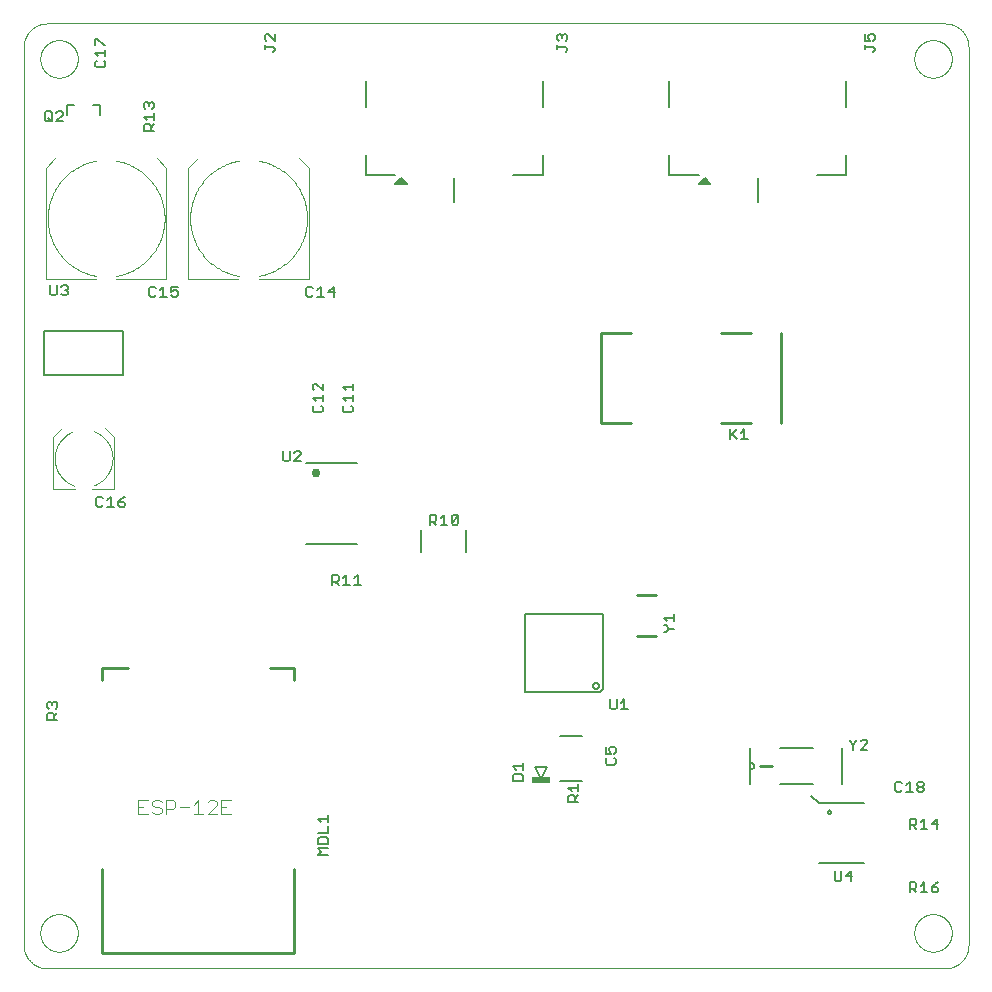
<source format=gto>
G75*
%MOIN*%
%OFA0B0*%
%FSLAX25Y25*%
%IPPOS*%
%LPD*%
%AMOC8*
5,1,8,0,0,1.08239X$1,22.5*
%
%ADD10C,0.00000*%
%ADD11C,0.00600*%
%ADD12C,0.00800*%
%ADD13R,0.06200X0.02400*%
%ADD14C,0.03000*%
%ADD15C,0.00400*%
%ADD16C,0.01000*%
%ADD17C,0.00787*%
%ADD18C,0.00866*%
D10*
X0040154Y0028618D02*
X0339367Y0028618D01*
X0339557Y0028620D01*
X0339747Y0028627D01*
X0339937Y0028639D01*
X0340127Y0028655D01*
X0340316Y0028675D01*
X0340505Y0028701D01*
X0340693Y0028730D01*
X0340880Y0028765D01*
X0341066Y0028804D01*
X0341251Y0028847D01*
X0341436Y0028895D01*
X0341619Y0028947D01*
X0341800Y0029003D01*
X0341980Y0029064D01*
X0342159Y0029130D01*
X0342336Y0029199D01*
X0342512Y0029273D01*
X0342685Y0029351D01*
X0342857Y0029434D01*
X0343026Y0029520D01*
X0343194Y0029610D01*
X0343359Y0029705D01*
X0343522Y0029803D01*
X0343682Y0029906D01*
X0343840Y0030012D01*
X0343995Y0030122D01*
X0344148Y0030235D01*
X0344298Y0030353D01*
X0344444Y0030474D01*
X0344588Y0030598D01*
X0344729Y0030726D01*
X0344867Y0030857D01*
X0345002Y0030992D01*
X0345133Y0031130D01*
X0345261Y0031271D01*
X0345385Y0031415D01*
X0345506Y0031561D01*
X0345624Y0031711D01*
X0345737Y0031864D01*
X0345847Y0032019D01*
X0345953Y0032177D01*
X0346056Y0032337D01*
X0346154Y0032500D01*
X0346249Y0032665D01*
X0346339Y0032833D01*
X0346425Y0033002D01*
X0346508Y0033174D01*
X0346586Y0033347D01*
X0346660Y0033523D01*
X0346729Y0033700D01*
X0346795Y0033879D01*
X0346856Y0034059D01*
X0346912Y0034240D01*
X0346964Y0034423D01*
X0347012Y0034608D01*
X0347055Y0034793D01*
X0347094Y0034979D01*
X0347129Y0035166D01*
X0347158Y0035354D01*
X0347184Y0035543D01*
X0347204Y0035732D01*
X0347220Y0035922D01*
X0347232Y0036112D01*
X0347239Y0036302D01*
X0347241Y0036492D01*
X0347241Y0335705D01*
X0347239Y0335895D01*
X0347232Y0336085D01*
X0347220Y0336275D01*
X0347204Y0336465D01*
X0347184Y0336654D01*
X0347158Y0336843D01*
X0347129Y0337031D01*
X0347094Y0337218D01*
X0347055Y0337404D01*
X0347012Y0337589D01*
X0346964Y0337774D01*
X0346912Y0337957D01*
X0346856Y0338138D01*
X0346795Y0338318D01*
X0346729Y0338497D01*
X0346660Y0338674D01*
X0346586Y0338850D01*
X0346508Y0339023D01*
X0346425Y0339195D01*
X0346339Y0339364D01*
X0346249Y0339532D01*
X0346154Y0339697D01*
X0346056Y0339860D01*
X0345953Y0340020D01*
X0345847Y0340178D01*
X0345737Y0340333D01*
X0345624Y0340486D01*
X0345506Y0340636D01*
X0345385Y0340782D01*
X0345261Y0340926D01*
X0345133Y0341067D01*
X0345002Y0341205D01*
X0344867Y0341340D01*
X0344729Y0341471D01*
X0344588Y0341599D01*
X0344444Y0341723D01*
X0344298Y0341844D01*
X0344148Y0341962D01*
X0343995Y0342075D01*
X0343840Y0342185D01*
X0343682Y0342291D01*
X0343522Y0342394D01*
X0343359Y0342492D01*
X0343194Y0342587D01*
X0343026Y0342677D01*
X0342857Y0342763D01*
X0342685Y0342846D01*
X0342512Y0342924D01*
X0342336Y0342998D01*
X0342159Y0343067D01*
X0341980Y0343133D01*
X0341800Y0343194D01*
X0341619Y0343250D01*
X0341436Y0343302D01*
X0341251Y0343350D01*
X0341066Y0343393D01*
X0340880Y0343432D01*
X0340693Y0343467D01*
X0340505Y0343496D01*
X0340316Y0343522D01*
X0340127Y0343542D01*
X0339937Y0343558D01*
X0339747Y0343570D01*
X0339557Y0343577D01*
X0339367Y0343579D01*
X0040154Y0343579D01*
X0039964Y0343577D01*
X0039774Y0343570D01*
X0039584Y0343558D01*
X0039394Y0343542D01*
X0039205Y0343522D01*
X0039016Y0343496D01*
X0038828Y0343467D01*
X0038641Y0343432D01*
X0038455Y0343393D01*
X0038270Y0343350D01*
X0038085Y0343302D01*
X0037902Y0343250D01*
X0037721Y0343194D01*
X0037541Y0343133D01*
X0037362Y0343067D01*
X0037185Y0342998D01*
X0037009Y0342924D01*
X0036836Y0342846D01*
X0036664Y0342763D01*
X0036495Y0342677D01*
X0036327Y0342587D01*
X0036162Y0342492D01*
X0035999Y0342394D01*
X0035839Y0342291D01*
X0035681Y0342185D01*
X0035526Y0342075D01*
X0035373Y0341962D01*
X0035223Y0341844D01*
X0035077Y0341723D01*
X0034933Y0341599D01*
X0034792Y0341471D01*
X0034654Y0341340D01*
X0034519Y0341205D01*
X0034388Y0341067D01*
X0034260Y0340926D01*
X0034136Y0340782D01*
X0034015Y0340636D01*
X0033897Y0340486D01*
X0033784Y0340333D01*
X0033674Y0340178D01*
X0033568Y0340020D01*
X0033465Y0339860D01*
X0033367Y0339697D01*
X0033272Y0339532D01*
X0033182Y0339364D01*
X0033096Y0339195D01*
X0033013Y0339023D01*
X0032935Y0338850D01*
X0032861Y0338674D01*
X0032792Y0338497D01*
X0032726Y0338318D01*
X0032665Y0338138D01*
X0032609Y0337957D01*
X0032557Y0337774D01*
X0032509Y0337589D01*
X0032466Y0337404D01*
X0032427Y0337218D01*
X0032392Y0337031D01*
X0032363Y0336843D01*
X0032337Y0336654D01*
X0032317Y0336465D01*
X0032301Y0336275D01*
X0032289Y0336085D01*
X0032282Y0335895D01*
X0032280Y0335705D01*
X0032280Y0036492D01*
X0032282Y0036302D01*
X0032289Y0036112D01*
X0032301Y0035922D01*
X0032317Y0035732D01*
X0032337Y0035543D01*
X0032363Y0035354D01*
X0032392Y0035166D01*
X0032427Y0034979D01*
X0032466Y0034793D01*
X0032509Y0034608D01*
X0032557Y0034423D01*
X0032609Y0034240D01*
X0032665Y0034059D01*
X0032726Y0033879D01*
X0032792Y0033700D01*
X0032861Y0033523D01*
X0032935Y0033347D01*
X0033013Y0033174D01*
X0033096Y0033002D01*
X0033182Y0032833D01*
X0033272Y0032665D01*
X0033367Y0032500D01*
X0033465Y0032337D01*
X0033568Y0032177D01*
X0033674Y0032019D01*
X0033784Y0031864D01*
X0033897Y0031711D01*
X0034015Y0031561D01*
X0034136Y0031415D01*
X0034260Y0031271D01*
X0034388Y0031130D01*
X0034519Y0030992D01*
X0034654Y0030857D01*
X0034792Y0030726D01*
X0034933Y0030598D01*
X0035077Y0030474D01*
X0035223Y0030353D01*
X0035373Y0030235D01*
X0035526Y0030122D01*
X0035681Y0030012D01*
X0035839Y0029906D01*
X0035999Y0029803D01*
X0036162Y0029705D01*
X0036327Y0029610D01*
X0036495Y0029520D01*
X0036664Y0029434D01*
X0036836Y0029351D01*
X0037009Y0029273D01*
X0037185Y0029199D01*
X0037362Y0029130D01*
X0037541Y0029064D01*
X0037721Y0029003D01*
X0037902Y0028947D01*
X0038085Y0028895D01*
X0038270Y0028847D01*
X0038455Y0028804D01*
X0038641Y0028765D01*
X0038828Y0028730D01*
X0039016Y0028701D01*
X0039205Y0028675D01*
X0039394Y0028655D01*
X0039584Y0028639D01*
X0039774Y0028627D01*
X0039964Y0028620D01*
X0040154Y0028618D01*
X0037841Y0040429D02*
X0037843Y0040587D01*
X0037849Y0040744D01*
X0037859Y0040902D01*
X0037873Y0041059D01*
X0037891Y0041215D01*
X0037912Y0041372D01*
X0037938Y0041527D01*
X0037968Y0041682D01*
X0038001Y0041836D01*
X0038039Y0041989D01*
X0038080Y0042142D01*
X0038125Y0042293D01*
X0038174Y0042443D01*
X0038227Y0042591D01*
X0038283Y0042739D01*
X0038344Y0042884D01*
X0038407Y0043029D01*
X0038475Y0043171D01*
X0038546Y0043312D01*
X0038620Y0043451D01*
X0038698Y0043588D01*
X0038780Y0043723D01*
X0038864Y0043856D01*
X0038953Y0043987D01*
X0039044Y0044115D01*
X0039139Y0044242D01*
X0039236Y0044365D01*
X0039337Y0044487D01*
X0039441Y0044605D01*
X0039548Y0044721D01*
X0039658Y0044834D01*
X0039770Y0044945D01*
X0039886Y0045052D01*
X0040004Y0045157D01*
X0040124Y0045259D01*
X0040247Y0045357D01*
X0040373Y0045453D01*
X0040501Y0045545D01*
X0040631Y0045634D01*
X0040763Y0045720D01*
X0040898Y0045802D01*
X0041035Y0045881D01*
X0041173Y0045956D01*
X0041313Y0046028D01*
X0041456Y0046096D01*
X0041599Y0046161D01*
X0041745Y0046222D01*
X0041892Y0046279D01*
X0042040Y0046333D01*
X0042190Y0046383D01*
X0042340Y0046429D01*
X0042492Y0046471D01*
X0042645Y0046510D01*
X0042799Y0046544D01*
X0042954Y0046575D01*
X0043109Y0046601D01*
X0043265Y0046624D01*
X0043422Y0046643D01*
X0043579Y0046658D01*
X0043736Y0046669D01*
X0043894Y0046676D01*
X0044052Y0046679D01*
X0044209Y0046678D01*
X0044367Y0046673D01*
X0044524Y0046664D01*
X0044682Y0046651D01*
X0044838Y0046634D01*
X0044995Y0046613D01*
X0045150Y0046589D01*
X0045305Y0046560D01*
X0045460Y0046527D01*
X0045613Y0046491D01*
X0045766Y0046450D01*
X0045917Y0046406D01*
X0046067Y0046358D01*
X0046216Y0046307D01*
X0046364Y0046251D01*
X0046510Y0046192D01*
X0046655Y0046129D01*
X0046798Y0046062D01*
X0046939Y0045992D01*
X0047078Y0045919D01*
X0047216Y0045842D01*
X0047352Y0045761D01*
X0047485Y0045677D01*
X0047616Y0045590D01*
X0047745Y0045499D01*
X0047872Y0045405D01*
X0047997Y0045308D01*
X0048118Y0045208D01*
X0048238Y0045105D01*
X0048354Y0044999D01*
X0048468Y0044890D01*
X0048580Y0044778D01*
X0048688Y0044664D01*
X0048793Y0044546D01*
X0048896Y0044426D01*
X0048995Y0044304D01*
X0049091Y0044179D01*
X0049184Y0044051D01*
X0049274Y0043922D01*
X0049360Y0043790D01*
X0049444Y0043656D01*
X0049523Y0043520D01*
X0049600Y0043382D01*
X0049672Y0043242D01*
X0049741Y0043100D01*
X0049807Y0042957D01*
X0049869Y0042812D01*
X0049927Y0042665D01*
X0049982Y0042517D01*
X0050033Y0042368D01*
X0050080Y0042217D01*
X0050123Y0042066D01*
X0050162Y0041913D01*
X0050198Y0041759D01*
X0050229Y0041605D01*
X0050257Y0041450D01*
X0050281Y0041294D01*
X0050301Y0041137D01*
X0050317Y0040980D01*
X0050329Y0040823D01*
X0050337Y0040666D01*
X0050341Y0040508D01*
X0050341Y0040350D01*
X0050337Y0040192D01*
X0050329Y0040035D01*
X0050317Y0039878D01*
X0050301Y0039721D01*
X0050281Y0039564D01*
X0050257Y0039408D01*
X0050229Y0039253D01*
X0050198Y0039099D01*
X0050162Y0038945D01*
X0050123Y0038792D01*
X0050080Y0038641D01*
X0050033Y0038490D01*
X0049982Y0038341D01*
X0049927Y0038193D01*
X0049869Y0038046D01*
X0049807Y0037901D01*
X0049741Y0037758D01*
X0049672Y0037616D01*
X0049600Y0037476D01*
X0049523Y0037338D01*
X0049444Y0037202D01*
X0049360Y0037068D01*
X0049274Y0036936D01*
X0049184Y0036807D01*
X0049091Y0036679D01*
X0048995Y0036554D01*
X0048896Y0036432D01*
X0048793Y0036312D01*
X0048688Y0036194D01*
X0048580Y0036080D01*
X0048468Y0035968D01*
X0048354Y0035859D01*
X0048238Y0035753D01*
X0048118Y0035650D01*
X0047997Y0035550D01*
X0047872Y0035453D01*
X0047745Y0035359D01*
X0047616Y0035268D01*
X0047485Y0035181D01*
X0047352Y0035097D01*
X0047216Y0035016D01*
X0047078Y0034939D01*
X0046939Y0034866D01*
X0046798Y0034796D01*
X0046655Y0034729D01*
X0046510Y0034666D01*
X0046364Y0034607D01*
X0046216Y0034551D01*
X0046067Y0034500D01*
X0045917Y0034452D01*
X0045766Y0034408D01*
X0045613Y0034367D01*
X0045460Y0034331D01*
X0045305Y0034298D01*
X0045150Y0034269D01*
X0044995Y0034245D01*
X0044838Y0034224D01*
X0044682Y0034207D01*
X0044524Y0034194D01*
X0044367Y0034185D01*
X0044209Y0034180D01*
X0044052Y0034179D01*
X0043894Y0034182D01*
X0043736Y0034189D01*
X0043579Y0034200D01*
X0043422Y0034215D01*
X0043265Y0034234D01*
X0043109Y0034257D01*
X0042954Y0034283D01*
X0042799Y0034314D01*
X0042645Y0034348D01*
X0042492Y0034387D01*
X0042340Y0034429D01*
X0042190Y0034475D01*
X0042040Y0034525D01*
X0041892Y0034579D01*
X0041745Y0034636D01*
X0041599Y0034697D01*
X0041456Y0034762D01*
X0041313Y0034830D01*
X0041173Y0034902D01*
X0041035Y0034977D01*
X0040898Y0035056D01*
X0040763Y0035138D01*
X0040631Y0035224D01*
X0040501Y0035313D01*
X0040373Y0035405D01*
X0040247Y0035501D01*
X0040124Y0035599D01*
X0040004Y0035701D01*
X0039886Y0035806D01*
X0039770Y0035913D01*
X0039658Y0036024D01*
X0039548Y0036137D01*
X0039441Y0036253D01*
X0039337Y0036371D01*
X0039236Y0036493D01*
X0039139Y0036616D01*
X0039044Y0036743D01*
X0038953Y0036871D01*
X0038864Y0037002D01*
X0038780Y0037135D01*
X0038698Y0037270D01*
X0038620Y0037407D01*
X0038546Y0037546D01*
X0038475Y0037687D01*
X0038407Y0037829D01*
X0038344Y0037974D01*
X0038283Y0038119D01*
X0038227Y0038267D01*
X0038174Y0038415D01*
X0038125Y0038565D01*
X0038080Y0038716D01*
X0038039Y0038869D01*
X0038001Y0039022D01*
X0037968Y0039176D01*
X0037938Y0039331D01*
X0037912Y0039486D01*
X0037891Y0039643D01*
X0037873Y0039799D01*
X0037859Y0039956D01*
X0037849Y0040114D01*
X0037843Y0040271D01*
X0037841Y0040429D01*
X0329180Y0040429D02*
X0329182Y0040587D01*
X0329188Y0040744D01*
X0329198Y0040902D01*
X0329212Y0041059D01*
X0329230Y0041215D01*
X0329251Y0041372D01*
X0329277Y0041527D01*
X0329307Y0041682D01*
X0329340Y0041836D01*
X0329378Y0041989D01*
X0329419Y0042142D01*
X0329464Y0042293D01*
X0329513Y0042443D01*
X0329566Y0042591D01*
X0329622Y0042739D01*
X0329683Y0042884D01*
X0329746Y0043029D01*
X0329814Y0043171D01*
X0329885Y0043312D01*
X0329959Y0043451D01*
X0330037Y0043588D01*
X0330119Y0043723D01*
X0330203Y0043856D01*
X0330292Y0043987D01*
X0330383Y0044115D01*
X0330478Y0044242D01*
X0330575Y0044365D01*
X0330676Y0044487D01*
X0330780Y0044605D01*
X0330887Y0044721D01*
X0330997Y0044834D01*
X0331109Y0044945D01*
X0331225Y0045052D01*
X0331343Y0045157D01*
X0331463Y0045259D01*
X0331586Y0045357D01*
X0331712Y0045453D01*
X0331840Y0045545D01*
X0331970Y0045634D01*
X0332102Y0045720D01*
X0332237Y0045802D01*
X0332374Y0045881D01*
X0332512Y0045956D01*
X0332652Y0046028D01*
X0332795Y0046096D01*
X0332938Y0046161D01*
X0333084Y0046222D01*
X0333231Y0046279D01*
X0333379Y0046333D01*
X0333529Y0046383D01*
X0333679Y0046429D01*
X0333831Y0046471D01*
X0333984Y0046510D01*
X0334138Y0046544D01*
X0334293Y0046575D01*
X0334448Y0046601D01*
X0334604Y0046624D01*
X0334761Y0046643D01*
X0334918Y0046658D01*
X0335075Y0046669D01*
X0335233Y0046676D01*
X0335391Y0046679D01*
X0335548Y0046678D01*
X0335706Y0046673D01*
X0335863Y0046664D01*
X0336021Y0046651D01*
X0336177Y0046634D01*
X0336334Y0046613D01*
X0336489Y0046589D01*
X0336644Y0046560D01*
X0336799Y0046527D01*
X0336952Y0046491D01*
X0337105Y0046450D01*
X0337256Y0046406D01*
X0337406Y0046358D01*
X0337555Y0046307D01*
X0337703Y0046251D01*
X0337849Y0046192D01*
X0337994Y0046129D01*
X0338137Y0046062D01*
X0338278Y0045992D01*
X0338417Y0045919D01*
X0338555Y0045842D01*
X0338691Y0045761D01*
X0338824Y0045677D01*
X0338955Y0045590D01*
X0339084Y0045499D01*
X0339211Y0045405D01*
X0339336Y0045308D01*
X0339457Y0045208D01*
X0339577Y0045105D01*
X0339693Y0044999D01*
X0339807Y0044890D01*
X0339919Y0044778D01*
X0340027Y0044664D01*
X0340132Y0044546D01*
X0340235Y0044426D01*
X0340334Y0044304D01*
X0340430Y0044179D01*
X0340523Y0044051D01*
X0340613Y0043922D01*
X0340699Y0043790D01*
X0340783Y0043656D01*
X0340862Y0043520D01*
X0340939Y0043382D01*
X0341011Y0043242D01*
X0341080Y0043100D01*
X0341146Y0042957D01*
X0341208Y0042812D01*
X0341266Y0042665D01*
X0341321Y0042517D01*
X0341372Y0042368D01*
X0341419Y0042217D01*
X0341462Y0042066D01*
X0341501Y0041913D01*
X0341537Y0041759D01*
X0341568Y0041605D01*
X0341596Y0041450D01*
X0341620Y0041294D01*
X0341640Y0041137D01*
X0341656Y0040980D01*
X0341668Y0040823D01*
X0341676Y0040666D01*
X0341680Y0040508D01*
X0341680Y0040350D01*
X0341676Y0040192D01*
X0341668Y0040035D01*
X0341656Y0039878D01*
X0341640Y0039721D01*
X0341620Y0039564D01*
X0341596Y0039408D01*
X0341568Y0039253D01*
X0341537Y0039099D01*
X0341501Y0038945D01*
X0341462Y0038792D01*
X0341419Y0038641D01*
X0341372Y0038490D01*
X0341321Y0038341D01*
X0341266Y0038193D01*
X0341208Y0038046D01*
X0341146Y0037901D01*
X0341080Y0037758D01*
X0341011Y0037616D01*
X0340939Y0037476D01*
X0340862Y0037338D01*
X0340783Y0037202D01*
X0340699Y0037068D01*
X0340613Y0036936D01*
X0340523Y0036807D01*
X0340430Y0036679D01*
X0340334Y0036554D01*
X0340235Y0036432D01*
X0340132Y0036312D01*
X0340027Y0036194D01*
X0339919Y0036080D01*
X0339807Y0035968D01*
X0339693Y0035859D01*
X0339577Y0035753D01*
X0339457Y0035650D01*
X0339336Y0035550D01*
X0339211Y0035453D01*
X0339084Y0035359D01*
X0338955Y0035268D01*
X0338824Y0035181D01*
X0338691Y0035097D01*
X0338555Y0035016D01*
X0338417Y0034939D01*
X0338278Y0034866D01*
X0338137Y0034796D01*
X0337994Y0034729D01*
X0337849Y0034666D01*
X0337703Y0034607D01*
X0337555Y0034551D01*
X0337406Y0034500D01*
X0337256Y0034452D01*
X0337105Y0034408D01*
X0336952Y0034367D01*
X0336799Y0034331D01*
X0336644Y0034298D01*
X0336489Y0034269D01*
X0336334Y0034245D01*
X0336177Y0034224D01*
X0336021Y0034207D01*
X0335863Y0034194D01*
X0335706Y0034185D01*
X0335548Y0034180D01*
X0335391Y0034179D01*
X0335233Y0034182D01*
X0335075Y0034189D01*
X0334918Y0034200D01*
X0334761Y0034215D01*
X0334604Y0034234D01*
X0334448Y0034257D01*
X0334293Y0034283D01*
X0334138Y0034314D01*
X0333984Y0034348D01*
X0333831Y0034387D01*
X0333679Y0034429D01*
X0333529Y0034475D01*
X0333379Y0034525D01*
X0333231Y0034579D01*
X0333084Y0034636D01*
X0332938Y0034697D01*
X0332795Y0034762D01*
X0332652Y0034830D01*
X0332512Y0034902D01*
X0332374Y0034977D01*
X0332237Y0035056D01*
X0332102Y0035138D01*
X0331970Y0035224D01*
X0331840Y0035313D01*
X0331712Y0035405D01*
X0331586Y0035501D01*
X0331463Y0035599D01*
X0331343Y0035701D01*
X0331225Y0035806D01*
X0331109Y0035913D01*
X0330997Y0036024D01*
X0330887Y0036137D01*
X0330780Y0036253D01*
X0330676Y0036371D01*
X0330575Y0036493D01*
X0330478Y0036616D01*
X0330383Y0036743D01*
X0330292Y0036871D01*
X0330203Y0037002D01*
X0330119Y0037135D01*
X0330037Y0037270D01*
X0329959Y0037407D01*
X0329885Y0037546D01*
X0329814Y0037687D01*
X0329746Y0037829D01*
X0329683Y0037974D01*
X0329622Y0038119D01*
X0329566Y0038267D01*
X0329513Y0038415D01*
X0329464Y0038565D01*
X0329419Y0038716D01*
X0329378Y0038869D01*
X0329340Y0039022D01*
X0329307Y0039176D01*
X0329277Y0039331D01*
X0329251Y0039486D01*
X0329230Y0039643D01*
X0329212Y0039799D01*
X0329198Y0039956D01*
X0329188Y0040114D01*
X0329182Y0040271D01*
X0329180Y0040429D01*
X0329180Y0331768D02*
X0329182Y0331926D01*
X0329188Y0332083D01*
X0329198Y0332241D01*
X0329212Y0332398D01*
X0329230Y0332554D01*
X0329251Y0332711D01*
X0329277Y0332866D01*
X0329307Y0333021D01*
X0329340Y0333175D01*
X0329378Y0333328D01*
X0329419Y0333481D01*
X0329464Y0333632D01*
X0329513Y0333782D01*
X0329566Y0333930D01*
X0329622Y0334078D01*
X0329683Y0334223D01*
X0329746Y0334368D01*
X0329814Y0334510D01*
X0329885Y0334651D01*
X0329959Y0334790D01*
X0330037Y0334927D01*
X0330119Y0335062D01*
X0330203Y0335195D01*
X0330292Y0335326D01*
X0330383Y0335454D01*
X0330478Y0335581D01*
X0330575Y0335704D01*
X0330676Y0335826D01*
X0330780Y0335944D01*
X0330887Y0336060D01*
X0330997Y0336173D01*
X0331109Y0336284D01*
X0331225Y0336391D01*
X0331343Y0336496D01*
X0331463Y0336598D01*
X0331586Y0336696D01*
X0331712Y0336792D01*
X0331840Y0336884D01*
X0331970Y0336973D01*
X0332102Y0337059D01*
X0332237Y0337141D01*
X0332374Y0337220D01*
X0332512Y0337295D01*
X0332652Y0337367D01*
X0332795Y0337435D01*
X0332938Y0337500D01*
X0333084Y0337561D01*
X0333231Y0337618D01*
X0333379Y0337672D01*
X0333529Y0337722D01*
X0333679Y0337768D01*
X0333831Y0337810D01*
X0333984Y0337849D01*
X0334138Y0337883D01*
X0334293Y0337914D01*
X0334448Y0337940D01*
X0334604Y0337963D01*
X0334761Y0337982D01*
X0334918Y0337997D01*
X0335075Y0338008D01*
X0335233Y0338015D01*
X0335391Y0338018D01*
X0335548Y0338017D01*
X0335706Y0338012D01*
X0335863Y0338003D01*
X0336021Y0337990D01*
X0336177Y0337973D01*
X0336334Y0337952D01*
X0336489Y0337928D01*
X0336644Y0337899D01*
X0336799Y0337866D01*
X0336952Y0337830D01*
X0337105Y0337789D01*
X0337256Y0337745D01*
X0337406Y0337697D01*
X0337555Y0337646D01*
X0337703Y0337590D01*
X0337849Y0337531D01*
X0337994Y0337468D01*
X0338137Y0337401D01*
X0338278Y0337331D01*
X0338417Y0337258D01*
X0338555Y0337181D01*
X0338691Y0337100D01*
X0338824Y0337016D01*
X0338955Y0336929D01*
X0339084Y0336838D01*
X0339211Y0336744D01*
X0339336Y0336647D01*
X0339457Y0336547D01*
X0339577Y0336444D01*
X0339693Y0336338D01*
X0339807Y0336229D01*
X0339919Y0336117D01*
X0340027Y0336003D01*
X0340132Y0335885D01*
X0340235Y0335765D01*
X0340334Y0335643D01*
X0340430Y0335518D01*
X0340523Y0335390D01*
X0340613Y0335261D01*
X0340699Y0335129D01*
X0340783Y0334995D01*
X0340862Y0334859D01*
X0340939Y0334721D01*
X0341011Y0334581D01*
X0341080Y0334439D01*
X0341146Y0334296D01*
X0341208Y0334151D01*
X0341266Y0334004D01*
X0341321Y0333856D01*
X0341372Y0333707D01*
X0341419Y0333556D01*
X0341462Y0333405D01*
X0341501Y0333252D01*
X0341537Y0333098D01*
X0341568Y0332944D01*
X0341596Y0332789D01*
X0341620Y0332633D01*
X0341640Y0332476D01*
X0341656Y0332319D01*
X0341668Y0332162D01*
X0341676Y0332005D01*
X0341680Y0331847D01*
X0341680Y0331689D01*
X0341676Y0331531D01*
X0341668Y0331374D01*
X0341656Y0331217D01*
X0341640Y0331060D01*
X0341620Y0330903D01*
X0341596Y0330747D01*
X0341568Y0330592D01*
X0341537Y0330438D01*
X0341501Y0330284D01*
X0341462Y0330131D01*
X0341419Y0329980D01*
X0341372Y0329829D01*
X0341321Y0329680D01*
X0341266Y0329532D01*
X0341208Y0329385D01*
X0341146Y0329240D01*
X0341080Y0329097D01*
X0341011Y0328955D01*
X0340939Y0328815D01*
X0340862Y0328677D01*
X0340783Y0328541D01*
X0340699Y0328407D01*
X0340613Y0328275D01*
X0340523Y0328146D01*
X0340430Y0328018D01*
X0340334Y0327893D01*
X0340235Y0327771D01*
X0340132Y0327651D01*
X0340027Y0327533D01*
X0339919Y0327419D01*
X0339807Y0327307D01*
X0339693Y0327198D01*
X0339577Y0327092D01*
X0339457Y0326989D01*
X0339336Y0326889D01*
X0339211Y0326792D01*
X0339084Y0326698D01*
X0338955Y0326607D01*
X0338824Y0326520D01*
X0338691Y0326436D01*
X0338555Y0326355D01*
X0338417Y0326278D01*
X0338278Y0326205D01*
X0338137Y0326135D01*
X0337994Y0326068D01*
X0337849Y0326005D01*
X0337703Y0325946D01*
X0337555Y0325890D01*
X0337406Y0325839D01*
X0337256Y0325791D01*
X0337105Y0325747D01*
X0336952Y0325706D01*
X0336799Y0325670D01*
X0336644Y0325637D01*
X0336489Y0325608D01*
X0336334Y0325584D01*
X0336177Y0325563D01*
X0336021Y0325546D01*
X0335863Y0325533D01*
X0335706Y0325524D01*
X0335548Y0325519D01*
X0335391Y0325518D01*
X0335233Y0325521D01*
X0335075Y0325528D01*
X0334918Y0325539D01*
X0334761Y0325554D01*
X0334604Y0325573D01*
X0334448Y0325596D01*
X0334293Y0325622D01*
X0334138Y0325653D01*
X0333984Y0325687D01*
X0333831Y0325726D01*
X0333679Y0325768D01*
X0333529Y0325814D01*
X0333379Y0325864D01*
X0333231Y0325918D01*
X0333084Y0325975D01*
X0332938Y0326036D01*
X0332795Y0326101D01*
X0332652Y0326169D01*
X0332512Y0326241D01*
X0332374Y0326316D01*
X0332237Y0326395D01*
X0332102Y0326477D01*
X0331970Y0326563D01*
X0331840Y0326652D01*
X0331712Y0326744D01*
X0331586Y0326840D01*
X0331463Y0326938D01*
X0331343Y0327040D01*
X0331225Y0327145D01*
X0331109Y0327252D01*
X0330997Y0327363D01*
X0330887Y0327476D01*
X0330780Y0327592D01*
X0330676Y0327710D01*
X0330575Y0327832D01*
X0330478Y0327955D01*
X0330383Y0328082D01*
X0330292Y0328210D01*
X0330203Y0328341D01*
X0330119Y0328474D01*
X0330037Y0328609D01*
X0329959Y0328746D01*
X0329885Y0328885D01*
X0329814Y0329026D01*
X0329746Y0329168D01*
X0329683Y0329313D01*
X0329622Y0329458D01*
X0329566Y0329606D01*
X0329513Y0329754D01*
X0329464Y0329904D01*
X0329419Y0330055D01*
X0329378Y0330208D01*
X0329340Y0330361D01*
X0329307Y0330515D01*
X0329277Y0330670D01*
X0329251Y0330825D01*
X0329230Y0330982D01*
X0329212Y0331138D01*
X0329198Y0331295D01*
X0329188Y0331453D01*
X0329182Y0331610D01*
X0329180Y0331768D01*
X0037841Y0331768D02*
X0037843Y0331926D01*
X0037849Y0332083D01*
X0037859Y0332241D01*
X0037873Y0332398D01*
X0037891Y0332554D01*
X0037912Y0332711D01*
X0037938Y0332866D01*
X0037968Y0333021D01*
X0038001Y0333175D01*
X0038039Y0333328D01*
X0038080Y0333481D01*
X0038125Y0333632D01*
X0038174Y0333782D01*
X0038227Y0333930D01*
X0038283Y0334078D01*
X0038344Y0334223D01*
X0038407Y0334368D01*
X0038475Y0334510D01*
X0038546Y0334651D01*
X0038620Y0334790D01*
X0038698Y0334927D01*
X0038780Y0335062D01*
X0038864Y0335195D01*
X0038953Y0335326D01*
X0039044Y0335454D01*
X0039139Y0335581D01*
X0039236Y0335704D01*
X0039337Y0335826D01*
X0039441Y0335944D01*
X0039548Y0336060D01*
X0039658Y0336173D01*
X0039770Y0336284D01*
X0039886Y0336391D01*
X0040004Y0336496D01*
X0040124Y0336598D01*
X0040247Y0336696D01*
X0040373Y0336792D01*
X0040501Y0336884D01*
X0040631Y0336973D01*
X0040763Y0337059D01*
X0040898Y0337141D01*
X0041035Y0337220D01*
X0041173Y0337295D01*
X0041313Y0337367D01*
X0041456Y0337435D01*
X0041599Y0337500D01*
X0041745Y0337561D01*
X0041892Y0337618D01*
X0042040Y0337672D01*
X0042190Y0337722D01*
X0042340Y0337768D01*
X0042492Y0337810D01*
X0042645Y0337849D01*
X0042799Y0337883D01*
X0042954Y0337914D01*
X0043109Y0337940D01*
X0043265Y0337963D01*
X0043422Y0337982D01*
X0043579Y0337997D01*
X0043736Y0338008D01*
X0043894Y0338015D01*
X0044052Y0338018D01*
X0044209Y0338017D01*
X0044367Y0338012D01*
X0044524Y0338003D01*
X0044682Y0337990D01*
X0044838Y0337973D01*
X0044995Y0337952D01*
X0045150Y0337928D01*
X0045305Y0337899D01*
X0045460Y0337866D01*
X0045613Y0337830D01*
X0045766Y0337789D01*
X0045917Y0337745D01*
X0046067Y0337697D01*
X0046216Y0337646D01*
X0046364Y0337590D01*
X0046510Y0337531D01*
X0046655Y0337468D01*
X0046798Y0337401D01*
X0046939Y0337331D01*
X0047078Y0337258D01*
X0047216Y0337181D01*
X0047352Y0337100D01*
X0047485Y0337016D01*
X0047616Y0336929D01*
X0047745Y0336838D01*
X0047872Y0336744D01*
X0047997Y0336647D01*
X0048118Y0336547D01*
X0048238Y0336444D01*
X0048354Y0336338D01*
X0048468Y0336229D01*
X0048580Y0336117D01*
X0048688Y0336003D01*
X0048793Y0335885D01*
X0048896Y0335765D01*
X0048995Y0335643D01*
X0049091Y0335518D01*
X0049184Y0335390D01*
X0049274Y0335261D01*
X0049360Y0335129D01*
X0049444Y0334995D01*
X0049523Y0334859D01*
X0049600Y0334721D01*
X0049672Y0334581D01*
X0049741Y0334439D01*
X0049807Y0334296D01*
X0049869Y0334151D01*
X0049927Y0334004D01*
X0049982Y0333856D01*
X0050033Y0333707D01*
X0050080Y0333556D01*
X0050123Y0333405D01*
X0050162Y0333252D01*
X0050198Y0333098D01*
X0050229Y0332944D01*
X0050257Y0332789D01*
X0050281Y0332633D01*
X0050301Y0332476D01*
X0050317Y0332319D01*
X0050329Y0332162D01*
X0050337Y0332005D01*
X0050341Y0331847D01*
X0050341Y0331689D01*
X0050337Y0331531D01*
X0050329Y0331374D01*
X0050317Y0331217D01*
X0050301Y0331060D01*
X0050281Y0330903D01*
X0050257Y0330747D01*
X0050229Y0330592D01*
X0050198Y0330438D01*
X0050162Y0330284D01*
X0050123Y0330131D01*
X0050080Y0329980D01*
X0050033Y0329829D01*
X0049982Y0329680D01*
X0049927Y0329532D01*
X0049869Y0329385D01*
X0049807Y0329240D01*
X0049741Y0329097D01*
X0049672Y0328955D01*
X0049600Y0328815D01*
X0049523Y0328677D01*
X0049444Y0328541D01*
X0049360Y0328407D01*
X0049274Y0328275D01*
X0049184Y0328146D01*
X0049091Y0328018D01*
X0048995Y0327893D01*
X0048896Y0327771D01*
X0048793Y0327651D01*
X0048688Y0327533D01*
X0048580Y0327419D01*
X0048468Y0327307D01*
X0048354Y0327198D01*
X0048238Y0327092D01*
X0048118Y0326989D01*
X0047997Y0326889D01*
X0047872Y0326792D01*
X0047745Y0326698D01*
X0047616Y0326607D01*
X0047485Y0326520D01*
X0047352Y0326436D01*
X0047216Y0326355D01*
X0047078Y0326278D01*
X0046939Y0326205D01*
X0046798Y0326135D01*
X0046655Y0326068D01*
X0046510Y0326005D01*
X0046364Y0325946D01*
X0046216Y0325890D01*
X0046067Y0325839D01*
X0045917Y0325791D01*
X0045766Y0325747D01*
X0045613Y0325706D01*
X0045460Y0325670D01*
X0045305Y0325637D01*
X0045150Y0325608D01*
X0044995Y0325584D01*
X0044838Y0325563D01*
X0044682Y0325546D01*
X0044524Y0325533D01*
X0044367Y0325524D01*
X0044209Y0325519D01*
X0044052Y0325518D01*
X0043894Y0325521D01*
X0043736Y0325528D01*
X0043579Y0325539D01*
X0043422Y0325554D01*
X0043265Y0325573D01*
X0043109Y0325596D01*
X0042954Y0325622D01*
X0042799Y0325653D01*
X0042645Y0325687D01*
X0042492Y0325726D01*
X0042340Y0325768D01*
X0042190Y0325814D01*
X0042040Y0325864D01*
X0041892Y0325918D01*
X0041745Y0325975D01*
X0041599Y0326036D01*
X0041456Y0326101D01*
X0041313Y0326169D01*
X0041173Y0326241D01*
X0041035Y0326316D01*
X0040898Y0326395D01*
X0040763Y0326477D01*
X0040631Y0326563D01*
X0040501Y0326652D01*
X0040373Y0326744D01*
X0040247Y0326840D01*
X0040124Y0326938D01*
X0040004Y0327040D01*
X0039886Y0327145D01*
X0039770Y0327252D01*
X0039658Y0327363D01*
X0039548Y0327476D01*
X0039441Y0327592D01*
X0039337Y0327710D01*
X0039236Y0327832D01*
X0039139Y0327955D01*
X0039044Y0328082D01*
X0038953Y0328210D01*
X0038864Y0328341D01*
X0038780Y0328474D01*
X0038698Y0328609D01*
X0038620Y0328746D01*
X0038546Y0328885D01*
X0038475Y0329026D01*
X0038407Y0329168D01*
X0038344Y0329313D01*
X0038283Y0329458D01*
X0038227Y0329606D01*
X0038174Y0329754D01*
X0038125Y0329904D01*
X0038080Y0330055D01*
X0038039Y0330208D01*
X0038001Y0330361D01*
X0037968Y0330515D01*
X0037938Y0330670D01*
X0037912Y0330825D01*
X0037891Y0330982D01*
X0037873Y0331138D01*
X0037859Y0331295D01*
X0037849Y0331453D01*
X0037843Y0331610D01*
X0037841Y0331768D01*
D11*
X0056077Y0330620D02*
X0056077Y0329485D01*
X0056644Y0328918D01*
X0058913Y0328918D01*
X0059480Y0329485D01*
X0059480Y0330620D01*
X0058913Y0331187D01*
X0059480Y0332601D02*
X0059480Y0334870D01*
X0059480Y0333736D02*
X0056077Y0333736D01*
X0057212Y0332601D01*
X0056644Y0331187D02*
X0056077Y0330620D01*
X0056077Y0336284D02*
X0056077Y0338553D01*
X0056644Y0338553D01*
X0058913Y0336284D01*
X0059480Y0336284D01*
X0072894Y0317303D02*
X0073462Y0317303D01*
X0074029Y0316736D01*
X0074596Y0317303D01*
X0075163Y0317303D01*
X0075730Y0316736D01*
X0075730Y0315602D01*
X0075163Y0315034D01*
X0075730Y0313620D02*
X0075730Y0311351D01*
X0075730Y0312486D02*
X0072327Y0312486D01*
X0073462Y0311351D01*
X0074029Y0309937D02*
X0074596Y0309370D01*
X0074596Y0307668D01*
X0075730Y0307668D02*
X0072327Y0307668D01*
X0072327Y0309370D01*
X0072894Y0309937D01*
X0074029Y0309937D01*
X0074596Y0308802D02*
X0075730Y0309937D01*
X0072894Y0315034D02*
X0072327Y0315602D01*
X0072327Y0316736D01*
X0072894Y0317303D01*
X0074029Y0316736D02*
X0074029Y0316169D01*
X0045282Y0313754D02*
X0044715Y0314321D01*
X0043580Y0314321D01*
X0043013Y0313754D01*
X0041599Y0313754D02*
X0041599Y0311485D01*
X0041032Y0310918D01*
X0039897Y0310918D01*
X0039330Y0311485D01*
X0039330Y0313754D01*
X0039897Y0314321D01*
X0041032Y0314321D01*
X0041599Y0313754D01*
X0040464Y0312052D02*
X0041599Y0310918D01*
X0043013Y0310918D02*
X0045282Y0313187D01*
X0045282Y0313754D01*
X0045282Y0310918D02*
X0043013Y0310918D01*
X0112577Y0335186D02*
X0112577Y0336320D01*
X0112577Y0335753D02*
X0115413Y0335753D01*
X0115980Y0335186D01*
X0115980Y0334619D01*
X0115413Y0334052D01*
X0115980Y0337735D02*
X0113712Y0340004D01*
X0113144Y0340004D01*
X0112577Y0339436D01*
X0112577Y0338302D01*
X0113144Y0337735D01*
X0115980Y0337735D02*
X0115980Y0340004D01*
X0210077Y0339436D02*
X0210077Y0338302D01*
X0210644Y0337735D01*
X0210077Y0336320D02*
X0210077Y0335186D01*
X0210077Y0335753D02*
X0212913Y0335753D01*
X0213480Y0335186D01*
X0213480Y0334619D01*
X0212913Y0334052D01*
X0212913Y0337735D02*
X0213480Y0338302D01*
X0213480Y0339436D01*
X0212913Y0340004D01*
X0212346Y0340004D01*
X0211779Y0339436D01*
X0211779Y0338869D01*
X0211779Y0339436D02*
X0211212Y0340004D01*
X0210644Y0340004D01*
X0210077Y0339436D01*
X0312577Y0340004D02*
X0312577Y0337735D01*
X0314279Y0337735D01*
X0313712Y0338869D01*
X0313712Y0339436D01*
X0314279Y0340004D01*
X0315413Y0340004D01*
X0315980Y0339436D01*
X0315980Y0338302D01*
X0315413Y0337735D01*
X0315413Y0335753D02*
X0312577Y0335753D01*
X0312577Y0335186D02*
X0312577Y0336320D01*
X0315413Y0335753D02*
X0315980Y0335186D01*
X0315980Y0334619D01*
X0315413Y0334052D01*
X0141980Y0223553D02*
X0141980Y0221284D01*
X0141980Y0222419D02*
X0138577Y0222419D01*
X0139712Y0221284D01*
X0141980Y0219870D02*
X0141980Y0217601D01*
X0141980Y0218736D02*
X0138577Y0218736D01*
X0139712Y0217601D01*
X0139144Y0216187D02*
X0138577Y0215620D01*
X0138577Y0214485D01*
X0139144Y0213918D01*
X0141413Y0213918D01*
X0141980Y0214485D01*
X0141980Y0215620D01*
X0141413Y0216187D01*
X0131980Y0215620D02*
X0131980Y0214485D01*
X0131413Y0213918D01*
X0129144Y0213918D01*
X0128577Y0214485D01*
X0128577Y0215620D01*
X0129144Y0216187D01*
X0129712Y0217601D02*
X0128577Y0218736D01*
X0131980Y0218736D01*
X0131980Y0219870D02*
X0131980Y0217601D01*
X0131413Y0216187D02*
X0131980Y0215620D01*
X0131980Y0221284D02*
X0129712Y0223553D01*
X0129144Y0223553D01*
X0128577Y0222986D01*
X0128577Y0221852D01*
X0129144Y0221284D01*
X0131980Y0221284D02*
X0131980Y0223553D01*
X0124215Y0201071D02*
X0123080Y0201071D01*
X0122513Y0200504D01*
X0121099Y0201071D02*
X0121099Y0198235D01*
X0120532Y0197668D01*
X0119397Y0197668D01*
X0118830Y0198235D01*
X0118830Y0201071D01*
X0122513Y0197668D02*
X0124782Y0199937D01*
X0124782Y0200504D01*
X0124215Y0201071D01*
X0124782Y0197668D02*
X0122513Y0197668D01*
X0126280Y0197118D02*
X0143280Y0197118D01*
X0167580Y0179821D02*
X0167580Y0176418D01*
X0167580Y0177552D02*
X0169282Y0177552D01*
X0169849Y0178120D01*
X0169849Y0179254D01*
X0169282Y0179821D01*
X0167580Y0179821D01*
X0168714Y0177552D02*
X0169849Y0176418D01*
X0171263Y0176418D02*
X0173532Y0176418D01*
X0172398Y0176418D02*
X0172398Y0179821D01*
X0171263Y0178687D01*
X0174946Y0179254D02*
X0175514Y0179821D01*
X0176648Y0179821D01*
X0177215Y0179254D01*
X0174946Y0176985D01*
X0175514Y0176418D01*
X0176648Y0176418D01*
X0177215Y0176985D01*
X0177215Y0179254D01*
X0174946Y0179254D02*
X0174946Y0176985D01*
X0179780Y0174868D02*
X0179780Y0167368D01*
X0164780Y0167368D02*
X0164780Y0174868D01*
X0143280Y0170118D02*
X0126280Y0170118D01*
X0135080Y0159821D02*
X0136782Y0159821D01*
X0137349Y0159254D01*
X0137349Y0158120D01*
X0136782Y0157552D01*
X0135080Y0157552D01*
X0135080Y0156418D02*
X0135080Y0159821D01*
X0136214Y0157552D02*
X0137349Y0156418D01*
X0138763Y0156418D02*
X0141032Y0156418D01*
X0139898Y0156418D02*
X0139898Y0159821D01*
X0138763Y0158687D01*
X0142446Y0158687D02*
X0143581Y0159821D01*
X0143581Y0156418D01*
X0144715Y0156418D02*
X0142446Y0156418D01*
X0199280Y0146618D02*
X0199280Y0120618D01*
X0224280Y0120618D01*
X0225280Y0121618D01*
X0225280Y0146618D01*
X0199280Y0146618D01*
X0222080Y0122818D02*
X0222082Y0122881D01*
X0222088Y0122943D01*
X0222098Y0123005D01*
X0222111Y0123067D01*
X0222129Y0123127D01*
X0222150Y0123186D01*
X0222175Y0123244D01*
X0222204Y0123300D01*
X0222236Y0123354D01*
X0222271Y0123406D01*
X0222309Y0123455D01*
X0222351Y0123503D01*
X0222395Y0123547D01*
X0222443Y0123589D01*
X0222492Y0123627D01*
X0222544Y0123662D01*
X0222598Y0123694D01*
X0222654Y0123723D01*
X0222712Y0123748D01*
X0222771Y0123769D01*
X0222831Y0123787D01*
X0222893Y0123800D01*
X0222955Y0123810D01*
X0223017Y0123816D01*
X0223080Y0123818D01*
X0223143Y0123816D01*
X0223205Y0123810D01*
X0223267Y0123800D01*
X0223329Y0123787D01*
X0223389Y0123769D01*
X0223448Y0123748D01*
X0223506Y0123723D01*
X0223562Y0123694D01*
X0223616Y0123662D01*
X0223668Y0123627D01*
X0223717Y0123589D01*
X0223765Y0123547D01*
X0223809Y0123503D01*
X0223851Y0123455D01*
X0223889Y0123406D01*
X0223924Y0123354D01*
X0223956Y0123300D01*
X0223985Y0123244D01*
X0224010Y0123186D01*
X0224031Y0123127D01*
X0224049Y0123067D01*
X0224062Y0123005D01*
X0224072Y0122943D01*
X0224078Y0122881D01*
X0224080Y0122818D01*
X0224078Y0122755D01*
X0224072Y0122693D01*
X0224062Y0122631D01*
X0224049Y0122569D01*
X0224031Y0122509D01*
X0224010Y0122450D01*
X0223985Y0122392D01*
X0223956Y0122336D01*
X0223924Y0122282D01*
X0223889Y0122230D01*
X0223851Y0122181D01*
X0223809Y0122133D01*
X0223765Y0122089D01*
X0223717Y0122047D01*
X0223668Y0122009D01*
X0223616Y0121974D01*
X0223562Y0121942D01*
X0223506Y0121913D01*
X0223448Y0121888D01*
X0223389Y0121867D01*
X0223329Y0121849D01*
X0223267Y0121836D01*
X0223205Y0121826D01*
X0223143Y0121820D01*
X0223080Y0121818D01*
X0223017Y0121820D01*
X0222955Y0121826D01*
X0222893Y0121836D01*
X0222831Y0121849D01*
X0222771Y0121867D01*
X0222712Y0121888D01*
X0222654Y0121913D01*
X0222598Y0121942D01*
X0222544Y0121974D01*
X0222492Y0122009D01*
X0222443Y0122047D01*
X0222395Y0122089D01*
X0222351Y0122133D01*
X0222309Y0122181D01*
X0222271Y0122230D01*
X0222236Y0122282D01*
X0222204Y0122336D01*
X0222175Y0122392D01*
X0222150Y0122450D01*
X0222129Y0122509D01*
X0222111Y0122569D01*
X0222098Y0122631D01*
X0222088Y0122693D01*
X0222082Y0122755D01*
X0222080Y0122818D01*
X0227714Y0118321D02*
X0227714Y0115485D01*
X0228281Y0114918D01*
X0229415Y0114918D01*
X0229982Y0115485D01*
X0229982Y0118321D01*
X0231397Y0117187D02*
X0232531Y0118321D01*
X0232531Y0114918D01*
X0231397Y0114918D02*
X0233666Y0114918D01*
X0229163Y0102504D02*
X0229730Y0101936D01*
X0229730Y0100802D01*
X0229163Y0100235D01*
X0228029Y0100235D02*
X0227462Y0101369D01*
X0227462Y0101936D01*
X0228029Y0102504D01*
X0229163Y0102504D01*
X0228029Y0100235D02*
X0226327Y0100235D01*
X0226327Y0102504D01*
X0226894Y0098820D02*
X0226327Y0098253D01*
X0226327Y0097119D01*
X0226894Y0096552D01*
X0229163Y0096552D01*
X0229730Y0097119D01*
X0229730Y0098253D01*
X0229163Y0098820D01*
X0218530Y0106118D02*
X0211030Y0106118D01*
X0198730Y0097120D02*
X0198730Y0094851D01*
X0198730Y0095986D02*
X0195327Y0095986D01*
X0196462Y0094851D01*
X0195894Y0093437D02*
X0198163Y0093437D01*
X0198730Y0092870D01*
X0198730Y0091168D01*
X0195327Y0091168D01*
X0195327Y0092870D01*
X0195894Y0093437D01*
X0211030Y0091118D02*
X0218530Y0091118D01*
X0217230Y0090004D02*
X0217230Y0087735D01*
X0217230Y0088869D02*
X0213827Y0088869D01*
X0214962Y0087735D01*
X0215529Y0086320D02*
X0216096Y0085753D01*
X0216096Y0084052D01*
X0216096Y0085186D02*
X0217230Y0086320D01*
X0215529Y0086320D02*
X0214394Y0086320D01*
X0213827Y0085753D01*
X0213827Y0084052D01*
X0217230Y0084052D01*
X0245762Y0140709D02*
X0246329Y0140709D01*
X0247464Y0141844D01*
X0249165Y0141844D01*
X0247464Y0141844D02*
X0246329Y0142978D01*
X0245762Y0142978D01*
X0246897Y0144393D02*
X0245762Y0145527D01*
X0249165Y0145527D01*
X0249165Y0144393D02*
X0249165Y0146661D01*
X0307580Y0104821D02*
X0307580Y0104254D01*
X0308714Y0103120D01*
X0308714Y0101418D01*
X0308714Y0103120D02*
X0309849Y0104254D01*
X0309849Y0104821D01*
X0311263Y0104254D02*
X0311830Y0104821D01*
X0312965Y0104821D01*
X0313532Y0104254D01*
X0313532Y0103687D01*
X0311263Y0101418D01*
X0313532Y0101418D01*
X0323348Y0090821D02*
X0322781Y0090254D01*
X0322781Y0087985D01*
X0323348Y0087418D01*
X0324482Y0087418D01*
X0325049Y0087985D01*
X0326464Y0087418D02*
X0328732Y0087418D01*
X0327598Y0087418D02*
X0327598Y0090821D01*
X0326464Y0089687D01*
X0325049Y0090254D02*
X0324482Y0090821D01*
X0323348Y0090821D01*
X0330147Y0090254D02*
X0330147Y0089687D01*
X0330714Y0089120D01*
X0331848Y0089120D01*
X0332416Y0088552D01*
X0332416Y0087985D01*
X0331848Y0087418D01*
X0330714Y0087418D01*
X0330147Y0087985D01*
X0330147Y0088552D01*
X0330714Y0089120D01*
X0331848Y0089120D02*
X0332416Y0089687D01*
X0332416Y0090254D01*
X0331848Y0090821D01*
X0330714Y0090821D01*
X0330147Y0090254D01*
X0329282Y0078571D02*
X0327580Y0078571D01*
X0327580Y0075168D01*
X0327580Y0076302D02*
X0329282Y0076302D01*
X0329849Y0076870D01*
X0329849Y0078004D01*
X0329282Y0078571D01*
X0331263Y0077437D02*
X0332398Y0078571D01*
X0332398Y0075168D01*
X0333532Y0075168D02*
X0331263Y0075168D01*
X0329849Y0075168D02*
X0328714Y0076302D01*
X0334946Y0076870D02*
X0337215Y0076870D01*
X0336648Y0078571D02*
X0334946Y0076870D01*
X0336648Y0075168D02*
X0336648Y0078571D01*
X0312280Y0083618D02*
X0297280Y0083618D01*
X0294780Y0086118D01*
X0297280Y0063618D02*
X0312280Y0063618D01*
X0307965Y0061071D02*
X0306263Y0059370D01*
X0308532Y0059370D01*
X0307965Y0057668D02*
X0307965Y0061071D01*
X0304849Y0061071D02*
X0304849Y0058235D01*
X0304282Y0057668D01*
X0303147Y0057668D01*
X0302580Y0058235D01*
X0302580Y0061071D01*
X0327580Y0057321D02*
X0327580Y0053918D01*
X0327580Y0055052D02*
X0329282Y0055052D01*
X0329849Y0055620D01*
X0329849Y0056754D01*
X0329282Y0057321D01*
X0327580Y0057321D01*
X0328714Y0055052D02*
X0329849Y0053918D01*
X0331263Y0053918D02*
X0333532Y0053918D01*
X0332398Y0053918D02*
X0332398Y0057321D01*
X0331263Y0056187D01*
X0334946Y0055620D02*
X0336648Y0055620D01*
X0337215Y0055052D01*
X0337215Y0054485D01*
X0336648Y0053918D01*
X0335514Y0053918D01*
X0334946Y0054485D01*
X0334946Y0055620D01*
X0336081Y0056754D01*
X0337215Y0057321D01*
X0133795Y0066312D02*
X0130392Y0066312D01*
X0131527Y0067446D01*
X0130392Y0068580D01*
X0133795Y0068580D01*
X0133795Y0069995D02*
X0133795Y0071696D01*
X0133228Y0072263D01*
X0130959Y0072263D01*
X0130392Y0071696D01*
X0130392Y0069995D01*
X0133795Y0069995D01*
X0133795Y0073678D02*
X0130392Y0073678D01*
X0133795Y0073678D02*
X0133795Y0075946D01*
X0133795Y0077361D02*
X0133795Y0079630D01*
X0133795Y0078495D02*
X0130392Y0078495D01*
X0131527Y0077361D01*
X0043480Y0111552D02*
X0040077Y0111552D01*
X0040077Y0113253D01*
X0040644Y0113820D01*
X0041779Y0113820D01*
X0042346Y0113253D01*
X0042346Y0111552D01*
X0042346Y0112686D02*
X0043480Y0113820D01*
X0042913Y0115235D02*
X0043480Y0115802D01*
X0043480Y0116936D01*
X0042913Y0117504D01*
X0042346Y0117504D01*
X0041779Y0116936D01*
X0041779Y0116369D01*
X0041779Y0116936D02*
X0041212Y0117504D01*
X0040644Y0117504D01*
X0040077Y0116936D01*
X0040077Y0115802D01*
X0040644Y0115235D01*
X0057098Y0182418D02*
X0058232Y0182418D01*
X0058799Y0182985D01*
X0060214Y0182418D02*
X0062482Y0182418D01*
X0061348Y0182418D02*
X0061348Y0185821D01*
X0060214Y0184687D01*
X0058799Y0185254D02*
X0058232Y0185821D01*
X0057098Y0185821D01*
X0056531Y0185254D01*
X0056531Y0182985D01*
X0057098Y0182418D01*
X0063897Y0182985D02*
X0064464Y0182418D01*
X0065598Y0182418D01*
X0066166Y0182985D01*
X0066166Y0183552D01*
X0065598Y0184120D01*
X0063897Y0184120D01*
X0063897Y0182985D01*
X0063897Y0184120D02*
X0065031Y0185254D01*
X0066166Y0185821D01*
X0065480Y0226318D02*
X0039080Y0226318D01*
X0039080Y0240918D01*
X0065480Y0240918D01*
X0065480Y0226318D01*
X0074598Y0252418D02*
X0075732Y0252418D01*
X0076299Y0252985D01*
X0077714Y0252418D02*
X0079982Y0252418D01*
X0078848Y0252418D02*
X0078848Y0255821D01*
X0077714Y0254687D01*
X0076299Y0255254D02*
X0075732Y0255821D01*
X0074598Y0255821D01*
X0074031Y0255254D01*
X0074031Y0252985D01*
X0074598Y0252418D01*
X0081397Y0252985D02*
X0081964Y0252418D01*
X0083098Y0252418D01*
X0083666Y0252985D01*
X0083666Y0254120D01*
X0083098Y0254687D01*
X0082531Y0254687D01*
X0081397Y0254120D01*
X0081397Y0255821D01*
X0083666Y0255821D01*
X0047132Y0255754D02*
X0047132Y0255187D01*
X0046565Y0254620D01*
X0047132Y0254052D01*
X0047132Y0253485D01*
X0046565Y0252918D01*
X0045430Y0252918D01*
X0044863Y0253485D01*
X0043449Y0253485D02*
X0043449Y0256321D01*
X0044863Y0255754D02*
X0045430Y0256321D01*
X0046565Y0256321D01*
X0047132Y0255754D01*
X0046565Y0254620D02*
X0045998Y0254620D01*
X0043449Y0253485D02*
X0042882Y0252918D01*
X0041747Y0252918D01*
X0041180Y0253485D01*
X0041180Y0256321D01*
X0126531Y0255254D02*
X0126531Y0252985D01*
X0127098Y0252418D01*
X0128232Y0252418D01*
X0128799Y0252985D01*
X0130214Y0252418D02*
X0132482Y0252418D01*
X0131348Y0252418D02*
X0131348Y0255821D01*
X0130214Y0254687D01*
X0128799Y0255254D02*
X0128232Y0255821D01*
X0127098Y0255821D01*
X0126531Y0255254D01*
X0133897Y0254120D02*
X0136166Y0254120D01*
X0135598Y0255821D02*
X0133897Y0254120D01*
X0135598Y0255821D02*
X0135598Y0252418D01*
X0267714Y0208321D02*
X0267714Y0204918D01*
X0267714Y0206052D02*
X0269982Y0208321D01*
X0271397Y0207187D02*
X0272531Y0208321D01*
X0272531Y0204918D01*
X0271397Y0204918D02*
X0273666Y0204918D01*
X0269982Y0204918D02*
X0268281Y0206620D01*
D12*
X0274426Y0102024D02*
X0274426Y0090213D01*
X0274820Y0095149D02*
X0274881Y0095151D01*
X0274941Y0095157D01*
X0275002Y0095166D01*
X0275061Y0095179D01*
X0275119Y0095196D01*
X0275177Y0095217D01*
X0275233Y0095241D01*
X0275287Y0095269D01*
X0275339Y0095300D01*
X0275390Y0095334D01*
X0275438Y0095371D01*
X0275483Y0095412D01*
X0275526Y0095455D01*
X0275567Y0095500D01*
X0275604Y0095548D01*
X0275638Y0095599D01*
X0275669Y0095651D01*
X0275697Y0095705D01*
X0275721Y0095761D01*
X0275742Y0095819D01*
X0275759Y0095877D01*
X0275772Y0095936D01*
X0275781Y0095997D01*
X0275787Y0096057D01*
X0275789Y0096118D01*
X0275787Y0096179D01*
X0275781Y0096239D01*
X0275772Y0096300D01*
X0275759Y0096359D01*
X0275742Y0096417D01*
X0275721Y0096475D01*
X0275697Y0096531D01*
X0275669Y0096585D01*
X0275638Y0096637D01*
X0275604Y0096688D01*
X0275567Y0096736D01*
X0275526Y0096781D01*
X0275483Y0096824D01*
X0275438Y0096865D01*
X0275390Y0096902D01*
X0275339Y0096936D01*
X0275287Y0096967D01*
X0275233Y0096995D01*
X0275177Y0097019D01*
X0275119Y0097040D01*
X0275061Y0097057D01*
X0275002Y0097070D01*
X0274941Y0097079D01*
X0274881Y0097085D01*
X0274820Y0097087D01*
X0284268Y0102024D02*
X0295292Y0102024D01*
X0305135Y0102024D02*
X0305135Y0090213D01*
X0295292Y0090213D02*
X0284268Y0090213D01*
X0300315Y0080718D02*
X0300317Y0080765D01*
X0300323Y0080812D01*
X0300333Y0080859D01*
X0300346Y0080904D01*
X0300364Y0080948D01*
X0300385Y0080990D01*
X0300409Y0081031D01*
X0300437Y0081069D01*
X0300468Y0081105D01*
X0300502Y0081138D01*
X0300538Y0081168D01*
X0300577Y0081195D01*
X0300618Y0081219D01*
X0300661Y0081239D01*
X0300705Y0081255D01*
X0300751Y0081268D01*
X0300797Y0081277D01*
X0300845Y0081282D01*
X0300892Y0081283D01*
X0300939Y0081280D01*
X0300986Y0081273D01*
X0301032Y0081262D01*
X0301077Y0081248D01*
X0301121Y0081229D01*
X0301162Y0081207D01*
X0301202Y0081182D01*
X0301240Y0081153D01*
X0301275Y0081122D01*
X0301308Y0081087D01*
X0301337Y0081050D01*
X0301363Y0081011D01*
X0301386Y0080969D01*
X0301405Y0080926D01*
X0301421Y0080881D01*
X0301433Y0080835D01*
X0301441Y0080789D01*
X0301445Y0080742D01*
X0301445Y0080694D01*
X0301441Y0080647D01*
X0301433Y0080601D01*
X0301421Y0080555D01*
X0301405Y0080510D01*
X0301386Y0080467D01*
X0301363Y0080425D01*
X0301337Y0080386D01*
X0301308Y0080349D01*
X0301275Y0080314D01*
X0301240Y0080283D01*
X0301202Y0080254D01*
X0301163Y0080229D01*
X0301121Y0080207D01*
X0301077Y0080188D01*
X0301032Y0080174D01*
X0300986Y0080163D01*
X0300939Y0080156D01*
X0300892Y0080153D01*
X0300845Y0080154D01*
X0300797Y0080159D01*
X0300751Y0080168D01*
X0300705Y0080181D01*
X0300661Y0080197D01*
X0300618Y0080217D01*
X0300577Y0080241D01*
X0300538Y0080268D01*
X0300502Y0080298D01*
X0300468Y0080331D01*
X0300437Y0080367D01*
X0300409Y0080405D01*
X0300385Y0080446D01*
X0300364Y0080488D01*
X0300346Y0080532D01*
X0300333Y0080577D01*
X0300323Y0080624D01*
X0300317Y0080671D01*
X0300315Y0080718D01*
X0206749Y0095587D02*
X0202812Y0095587D01*
X0204780Y0091650D01*
X0206749Y0095587D01*
X0057792Y0313224D02*
X0057792Y0316374D01*
X0055430Y0316374D01*
X0049131Y0316374D02*
X0046768Y0316374D01*
X0046768Y0313224D01*
D13*
X0204780Y0091418D03*
D14*
X0129780Y0193618D03*
D15*
X0062516Y0188382D02*
X0055036Y0188382D01*
X0049524Y0188382D02*
X0042044Y0188382D01*
X0042044Y0205705D01*
X0045194Y0208854D01*
X0055627Y0207674D02*
X0055846Y0207590D01*
X0056063Y0207500D01*
X0056277Y0207405D01*
X0056490Y0207305D01*
X0056699Y0207200D01*
X0056907Y0207089D01*
X0057111Y0206974D01*
X0057313Y0206854D01*
X0057511Y0206728D01*
X0057706Y0206598D01*
X0057899Y0206464D01*
X0058088Y0206324D01*
X0058273Y0206181D01*
X0058455Y0206032D01*
X0058633Y0205880D01*
X0058808Y0205723D01*
X0058978Y0205561D01*
X0059145Y0205396D01*
X0059307Y0205227D01*
X0059466Y0205054D01*
X0059620Y0204877D01*
X0059770Y0204696D01*
X0059915Y0204512D01*
X0060056Y0204324D01*
X0060192Y0204133D01*
X0060323Y0203938D01*
X0060450Y0203741D01*
X0060572Y0203540D01*
X0060689Y0203337D01*
X0060801Y0203130D01*
X0060908Y0202922D01*
X0061010Y0202710D01*
X0061106Y0202496D01*
X0061198Y0202280D01*
X0061284Y0202062D01*
X0061365Y0201841D01*
X0061440Y0201619D01*
X0061510Y0201395D01*
X0061575Y0201170D01*
X0061634Y0200942D01*
X0061687Y0200714D01*
X0061735Y0200484D01*
X0061777Y0200253D01*
X0061814Y0200021D01*
X0061845Y0199789D01*
X0061871Y0199555D01*
X0061890Y0199322D01*
X0061904Y0199087D01*
X0061912Y0198853D01*
X0061915Y0198618D01*
X0061912Y0198383D01*
X0061903Y0198149D01*
X0061888Y0197915D01*
X0061868Y0197681D01*
X0061842Y0197448D01*
X0061811Y0197215D01*
X0061773Y0196983D01*
X0061731Y0196753D01*
X0061682Y0196523D01*
X0061628Y0196295D01*
X0061568Y0196067D01*
X0061503Y0195842D01*
X0061433Y0195618D01*
X0061357Y0195396D01*
X0061276Y0195176D01*
X0061189Y0194958D01*
X0061097Y0194742D01*
X0061000Y0194528D01*
X0060897Y0194317D01*
X0060790Y0194108D01*
X0060677Y0193902D01*
X0060560Y0193699D01*
X0060438Y0193499D01*
X0060310Y0193302D01*
X0060178Y0193108D01*
X0060042Y0192917D01*
X0059900Y0192730D01*
X0059755Y0192546D01*
X0059604Y0192365D01*
X0059450Y0192189D01*
X0059291Y0192016D01*
X0059128Y0191847D01*
X0058961Y0191682D01*
X0058790Y0191521D01*
X0058615Y0191365D01*
X0058437Y0191212D01*
X0058254Y0191065D01*
X0058069Y0190921D01*
X0057879Y0190782D01*
X0057687Y0190648D01*
X0057491Y0190519D01*
X0057292Y0190394D01*
X0057090Y0190274D01*
X0056886Y0190159D01*
X0056678Y0190050D01*
X0056468Y0189945D01*
X0056256Y0189845D01*
X0056041Y0189751D01*
X0055824Y0189662D01*
X0062516Y0188382D02*
X0062516Y0205705D01*
X0059367Y0208854D01*
X0048737Y0207575D02*
X0048520Y0207486D01*
X0048305Y0207392D01*
X0048093Y0207292D01*
X0047883Y0207187D01*
X0047675Y0207078D01*
X0047471Y0206963D01*
X0047269Y0206843D01*
X0047070Y0206718D01*
X0046874Y0206589D01*
X0046682Y0206455D01*
X0046492Y0206316D01*
X0046307Y0206172D01*
X0046124Y0206025D01*
X0045946Y0205872D01*
X0045771Y0205716D01*
X0045600Y0205555D01*
X0045433Y0205390D01*
X0045270Y0205221D01*
X0045111Y0205048D01*
X0044957Y0204872D01*
X0044806Y0204691D01*
X0044661Y0204507D01*
X0044519Y0204320D01*
X0044383Y0204129D01*
X0044251Y0203935D01*
X0044123Y0203738D01*
X0044001Y0203538D01*
X0043884Y0203335D01*
X0043771Y0203129D01*
X0043664Y0202920D01*
X0043561Y0202709D01*
X0043464Y0202495D01*
X0043372Y0202279D01*
X0043285Y0202061D01*
X0043204Y0201841D01*
X0043128Y0201619D01*
X0043058Y0201395D01*
X0042993Y0201170D01*
X0042933Y0200942D01*
X0042879Y0200714D01*
X0042830Y0200484D01*
X0042788Y0200254D01*
X0042750Y0200022D01*
X0042719Y0199789D01*
X0042693Y0199556D01*
X0042673Y0199322D01*
X0042658Y0199088D01*
X0042649Y0198854D01*
X0042646Y0198619D01*
X0042649Y0198384D01*
X0042657Y0198150D01*
X0042671Y0197915D01*
X0042690Y0197682D01*
X0042716Y0197448D01*
X0042747Y0197216D01*
X0042784Y0196984D01*
X0042826Y0196753D01*
X0042874Y0196523D01*
X0042927Y0196295D01*
X0042986Y0196067D01*
X0043051Y0195842D01*
X0043121Y0195618D01*
X0043196Y0195396D01*
X0043277Y0195175D01*
X0043363Y0194957D01*
X0043455Y0194741D01*
X0043551Y0194527D01*
X0043653Y0194315D01*
X0043760Y0194107D01*
X0043872Y0193900D01*
X0043989Y0193697D01*
X0044111Y0193496D01*
X0044238Y0193299D01*
X0044369Y0193104D01*
X0044505Y0192913D01*
X0044646Y0192725D01*
X0044791Y0192541D01*
X0044941Y0192360D01*
X0045095Y0192183D01*
X0045254Y0192010D01*
X0045416Y0191841D01*
X0045583Y0191676D01*
X0045753Y0191514D01*
X0045928Y0191357D01*
X0046106Y0191205D01*
X0046288Y0191056D01*
X0046473Y0190913D01*
X0046662Y0190773D01*
X0046855Y0190639D01*
X0047050Y0190509D01*
X0047248Y0190383D01*
X0047450Y0190263D01*
X0047654Y0190148D01*
X0047862Y0190037D01*
X0048071Y0189932D01*
X0048284Y0189832D01*
X0048498Y0189737D01*
X0048715Y0189647D01*
X0048934Y0189563D01*
X0056335Y0258539D02*
X0039701Y0258539D01*
X0039701Y0295547D01*
X0042851Y0298697D01*
X0056434Y0297811D02*
X0055964Y0297723D01*
X0055496Y0297624D01*
X0055031Y0297513D01*
X0054569Y0297391D01*
X0054110Y0297258D01*
X0053655Y0297113D01*
X0053203Y0296958D01*
X0052755Y0296791D01*
X0052311Y0296613D01*
X0051872Y0296425D01*
X0051437Y0296226D01*
X0051008Y0296016D01*
X0050584Y0295795D01*
X0050165Y0295565D01*
X0049752Y0295324D01*
X0049345Y0295073D01*
X0048945Y0294812D01*
X0048551Y0294542D01*
X0048163Y0294262D01*
X0047783Y0293972D01*
X0047410Y0293673D01*
X0047044Y0293366D01*
X0046686Y0293049D01*
X0046336Y0292723D01*
X0045994Y0292390D01*
X0045661Y0292047D01*
X0045335Y0291697D01*
X0045019Y0291339D01*
X0044711Y0290973D01*
X0044413Y0290600D01*
X0044123Y0290220D01*
X0043843Y0289832D01*
X0043573Y0289438D01*
X0043312Y0289037D01*
X0043062Y0288630D01*
X0042821Y0288217D01*
X0042591Y0287799D01*
X0042371Y0287374D01*
X0042161Y0286945D01*
X0041962Y0286510D01*
X0041774Y0286071D01*
X0041597Y0285627D01*
X0041430Y0285179D01*
X0041275Y0284727D01*
X0041130Y0284271D01*
X0040997Y0283812D01*
X0040875Y0283350D01*
X0040765Y0282885D01*
X0040666Y0282417D01*
X0040579Y0281947D01*
X0040503Y0281476D01*
X0040438Y0281002D01*
X0040386Y0280527D01*
X0040345Y0280051D01*
X0040315Y0279574D01*
X0040298Y0279096D01*
X0040292Y0278618D01*
X0040298Y0278140D01*
X0040315Y0277662D01*
X0040345Y0277185D01*
X0040386Y0276709D01*
X0040438Y0276234D01*
X0040503Y0275760D01*
X0040579Y0275289D01*
X0040666Y0274819D01*
X0040765Y0274351D01*
X0040875Y0273886D01*
X0040997Y0273424D01*
X0041130Y0272965D01*
X0041275Y0272509D01*
X0041430Y0272057D01*
X0041597Y0271609D01*
X0041774Y0271165D01*
X0041962Y0270726D01*
X0042161Y0270291D01*
X0042371Y0269862D01*
X0042591Y0269437D01*
X0042821Y0269019D01*
X0043062Y0268606D01*
X0043312Y0268199D01*
X0043573Y0267798D01*
X0043843Y0267404D01*
X0044123Y0267016D01*
X0044413Y0266636D01*
X0044711Y0266263D01*
X0045019Y0265897D01*
X0045335Y0265539D01*
X0045661Y0265189D01*
X0045994Y0264846D01*
X0046336Y0264513D01*
X0046686Y0264187D01*
X0047044Y0263870D01*
X0047410Y0263563D01*
X0047783Y0263264D01*
X0048163Y0262974D01*
X0048551Y0262694D01*
X0048945Y0262424D01*
X0049345Y0262163D01*
X0049752Y0261912D01*
X0050165Y0261671D01*
X0050584Y0261441D01*
X0051008Y0261220D01*
X0051437Y0261010D01*
X0051872Y0260811D01*
X0052311Y0260623D01*
X0052755Y0260445D01*
X0053203Y0260278D01*
X0053655Y0260123D01*
X0054110Y0259978D01*
X0054569Y0259845D01*
X0055031Y0259723D01*
X0055496Y0259612D01*
X0055964Y0259513D01*
X0056434Y0259425D01*
X0063127Y0258539D02*
X0079859Y0258539D01*
X0079859Y0295547D01*
X0076709Y0298697D01*
X0087201Y0295547D02*
X0090351Y0298697D01*
X0087201Y0295547D02*
X0087201Y0258539D01*
X0103835Y0258539D01*
X0110627Y0258539D02*
X0127359Y0258539D01*
X0127359Y0295547D01*
X0124209Y0298697D01*
X0110626Y0297811D02*
X0111096Y0297723D01*
X0111564Y0297624D01*
X0112029Y0297513D01*
X0112491Y0297391D01*
X0112950Y0297258D01*
X0113405Y0297113D01*
X0113857Y0296958D01*
X0114305Y0296791D01*
X0114749Y0296613D01*
X0115188Y0296425D01*
X0115623Y0296226D01*
X0116052Y0296016D01*
X0116476Y0295795D01*
X0116895Y0295565D01*
X0117308Y0295324D01*
X0117715Y0295073D01*
X0118115Y0294812D01*
X0118509Y0294542D01*
X0118897Y0294262D01*
X0119277Y0293972D01*
X0119650Y0293673D01*
X0120016Y0293366D01*
X0120374Y0293049D01*
X0120724Y0292723D01*
X0121066Y0292390D01*
X0121399Y0292047D01*
X0121725Y0291697D01*
X0122041Y0291339D01*
X0122349Y0290973D01*
X0122647Y0290600D01*
X0122937Y0290220D01*
X0123217Y0289832D01*
X0123487Y0289438D01*
X0123748Y0289037D01*
X0123998Y0288630D01*
X0124239Y0288217D01*
X0124469Y0287799D01*
X0124689Y0287374D01*
X0124899Y0286945D01*
X0125098Y0286510D01*
X0125286Y0286071D01*
X0125463Y0285627D01*
X0125630Y0285179D01*
X0125785Y0284727D01*
X0125930Y0284271D01*
X0126063Y0283812D01*
X0126185Y0283350D01*
X0126295Y0282885D01*
X0126394Y0282417D01*
X0126481Y0281947D01*
X0126557Y0281476D01*
X0126622Y0281002D01*
X0126674Y0280527D01*
X0126715Y0280051D01*
X0126745Y0279574D01*
X0126762Y0279096D01*
X0126768Y0278618D01*
X0126762Y0278140D01*
X0126745Y0277662D01*
X0126715Y0277185D01*
X0126674Y0276709D01*
X0126622Y0276234D01*
X0126557Y0275760D01*
X0126481Y0275289D01*
X0126394Y0274819D01*
X0126295Y0274351D01*
X0126185Y0273886D01*
X0126063Y0273424D01*
X0125930Y0272965D01*
X0125785Y0272509D01*
X0125630Y0272057D01*
X0125463Y0271609D01*
X0125286Y0271165D01*
X0125098Y0270726D01*
X0124899Y0270291D01*
X0124689Y0269862D01*
X0124469Y0269437D01*
X0124239Y0269019D01*
X0123998Y0268606D01*
X0123748Y0268199D01*
X0123487Y0267798D01*
X0123217Y0267404D01*
X0122937Y0267016D01*
X0122647Y0266636D01*
X0122349Y0266263D01*
X0122041Y0265897D01*
X0121725Y0265539D01*
X0121399Y0265189D01*
X0121066Y0264846D01*
X0120724Y0264513D01*
X0120374Y0264187D01*
X0120016Y0263870D01*
X0119650Y0263563D01*
X0119277Y0263264D01*
X0118897Y0262974D01*
X0118509Y0262694D01*
X0118115Y0262424D01*
X0117715Y0262163D01*
X0117308Y0261912D01*
X0116895Y0261671D01*
X0116476Y0261441D01*
X0116052Y0261220D01*
X0115623Y0261010D01*
X0115188Y0260811D01*
X0114749Y0260623D01*
X0114305Y0260445D01*
X0113857Y0260278D01*
X0113405Y0260123D01*
X0112950Y0259978D01*
X0112491Y0259845D01*
X0112029Y0259723D01*
X0111564Y0259612D01*
X0111096Y0259513D01*
X0110626Y0259425D01*
X0103934Y0259425D02*
X0103464Y0259513D01*
X0102996Y0259612D01*
X0102531Y0259723D01*
X0102069Y0259845D01*
X0101610Y0259978D01*
X0101155Y0260123D01*
X0100703Y0260278D01*
X0100255Y0260445D01*
X0099811Y0260623D01*
X0099372Y0260811D01*
X0098937Y0261010D01*
X0098508Y0261220D01*
X0098084Y0261441D01*
X0097665Y0261671D01*
X0097252Y0261912D01*
X0096845Y0262163D01*
X0096445Y0262424D01*
X0096051Y0262694D01*
X0095663Y0262974D01*
X0095283Y0263264D01*
X0094910Y0263563D01*
X0094544Y0263870D01*
X0094186Y0264187D01*
X0093836Y0264513D01*
X0093494Y0264846D01*
X0093161Y0265189D01*
X0092835Y0265539D01*
X0092519Y0265897D01*
X0092211Y0266263D01*
X0091913Y0266636D01*
X0091623Y0267016D01*
X0091343Y0267404D01*
X0091073Y0267798D01*
X0090812Y0268199D01*
X0090562Y0268606D01*
X0090321Y0269019D01*
X0090091Y0269437D01*
X0089871Y0269862D01*
X0089661Y0270291D01*
X0089462Y0270726D01*
X0089274Y0271165D01*
X0089097Y0271609D01*
X0088930Y0272057D01*
X0088775Y0272509D01*
X0088630Y0272965D01*
X0088497Y0273424D01*
X0088375Y0273886D01*
X0088265Y0274351D01*
X0088166Y0274819D01*
X0088079Y0275289D01*
X0088003Y0275760D01*
X0087938Y0276234D01*
X0087886Y0276709D01*
X0087845Y0277185D01*
X0087815Y0277662D01*
X0087798Y0278140D01*
X0087792Y0278618D01*
X0087798Y0279096D01*
X0087815Y0279574D01*
X0087845Y0280051D01*
X0087886Y0280527D01*
X0087938Y0281002D01*
X0088003Y0281476D01*
X0088079Y0281947D01*
X0088166Y0282417D01*
X0088265Y0282885D01*
X0088375Y0283350D01*
X0088497Y0283812D01*
X0088630Y0284271D01*
X0088775Y0284727D01*
X0088930Y0285179D01*
X0089097Y0285627D01*
X0089274Y0286071D01*
X0089462Y0286510D01*
X0089661Y0286945D01*
X0089871Y0287374D01*
X0090091Y0287799D01*
X0090321Y0288217D01*
X0090562Y0288630D01*
X0090812Y0289037D01*
X0091073Y0289438D01*
X0091343Y0289832D01*
X0091623Y0290220D01*
X0091913Y0290600D01*
X0092211Y0290973D01*
X0092519Y0291339D01*
X0092835Y0291697D01*
X0093161Y0292047D01*
X0093494Y0292390D01*
X0093836Y0292723D01*
X0094186Y0293049D01*
X0094544Y0293366D01*
X0094910Y0293673D01*
X0095283Y0293972D01*
X0095663Y0294262D01*
X0096051Y0294542D01*
X0096445Y0294812D01*
X0096845Y0295073D01*
X0097252Y0295324D01*
X0097665Y0295565D01*
X0098084Y0295795D01*
X0098508Y0296016D01*
X0098937Y0296226D01*
X0099372Y0296425D01*
X0099811Y0296613D01*
X0100255Y0296791D01*
X0100703Y0296958D01*
X0101155Y0297113D01*
X0101610Y0297258D01*
X0102069Y0297391D01*
X0102531Y0297513D01*
X0102996Y0297624D01*
X0103464Y0297723D01*
X0103934Y0297811D01*
X0063126Y0297811D02*
X0063596Y0297723D01*
X0064064Y0297624D01*
X0064529Y0297513D01*
X0064991Y0297391D01*
X0065450Y0297258D01*
X0065905Y0297113D01*
X0066357Y0296958D01*
X0066805Y0296791D01*
X0067249Y0296613D01*
X0067688Y0296425D01*
X0068123Y0296226D01*
X0068552Y0296016D01*
X0068976Y0295795D01*
X0069395Y0295565D01*
X0069808Y0295324D01*
X0070215Y0295073D01*
X0070615Y0294812D01*
X0071009Y0294542D01*
X0071397Y0294262D01*
X0071777Y0293972D01*
X0072150Y0293673D01*
X0072516Y0293366D01*
X0072874Y0293049D01*
X0073224Y0292723D01*
X0073566Y0292390D01*
X0073899Y0292047D01*
X0074225Y0291697D01*
X0074541Y0291339D01*
X0074849Y0290973D01*
X0075147Y0290600D01*
X0075437Y0290220D01*
X0075717Y0289832D01*
X0075987Y0289438D01*
X0076248Y0289037D01*
X0076498Y0288630D01*
X0076739Y0288217D01*
X0076969Y0287799D01*
X0077189Y0287374D01*
X0077399Y0286945D01*
X0077598Y0286510D01*
X0077786Y0286071D01*
X0077963Y0285627D01*
X0078130Y0285179D01*
X0078285Y0284727D01*
X0078430Y0284271D01*
X0078563Y0283812D01*
X0078685Y0283350D01*
X0078795Y0282885D01*
X0078894Y0282417D01*
X0078981Y0281947D01*
X0079057Y0281476D01*
X0079122Y0281002D01*
X0079174Y0280527D01*
X0079215Y0280051D01*
X0079245Y0279574D01*
X0079262Y0279096D01*
X0079268Y0278618D01*
X0079262Y0278140D01*
X0079245Y0277662D01*
X0079215Y0277185D01*
X0079174Y0276709D01*
X0079122Y0276234D01*
X0079057Y0275760D01*
X0078981Y0275289D01*
X0078894Y0274819D01*
X0078795Y0274351D01*
X0078685Y0273886D01*
X0078563Y0273424D01*
X0078430Y0272965D01*
X0078285Y0272509D01*
X0078130Y0272057D01*
X0077963Y0271609D01*
X0077786Y0271165D01*
X0077598Y0270726D01*
X0077399Y0270291D01*
X0077189Y0269862D01*
X0076969Y0269437D01*
X0076739Y0269019D01*
X0076498Y0268606D01*
X0076248Y0268199D01*
X0075987Y0267798D01*
X0075717Y0267404D01*
X0075437Y0267016D01*
X0075147Y0266636D01*
X0074849Y0266263D01*
X0074541Y0265897D01*
X0074225Y0265539D01*
X0073899Y0265189D01*
X0073566Y0264846D01*
X0073224Y0264513D01*
X0072874Y0264187D01*
X0072516Y0263870D01*
X0072150Y0263563D01*
X0071777Y0263264D01*
X0071397Y0262974D01*
X0071009Y0262694D01*
X0070615Y0262424D01*
X0070215Y0262163D01*
X0069808Y0261912D01*
X0069395Y0261671D01*
X0068976Y0261441D01*
X0068552Y0261220D01*
X0068123Y0261010D01*
X0067688Y0260811D01*
X0067249Y0260623D01*
X0066805Y0260445D01*
X0066357Y0260278D01*
X0065905Y0260123D01*
X0065450Y0259978D01*
X0064991Y0259845D01*
X0064529Y0259723D01*
X0064064Y0259612D01*
X0063596Y0259513D01*
X0063126Y0259425D01*
X0070568Y0084682D02*
X0070568Y0080078D01*
X0073637Y0080078D01*
X0075172Y0080845D02*
X0075939Y0080078D01*
X0077473Y0080078D01*
X0078241Y0080845D01*
X0078241Y0081613D01*
X0077473Y0082380D01*
X0075939Y0082380D01*
X0075172Y0083147D01*
X0075172Y0083915D01*
X0075939Y0084682D01*
X0077473Y0084682D01*
X0078241Y0083915D01*
X0079775Y0084682D02*
X0082077Y0084682D01*
X0082845Y0083915D01*
X0082845Y0082380D01*
X0082077Y0081613D01*
X0079775Y0081613D01*
X0079775Y0080078D02*
X0079775Y0084682D01*
X0084379Y0082380D02*
X0087449Y0082380D01*
X0088983Y0083147D02*
X0090518Y0084682D01*
X0090518Y0080078D01*
X0088983Y0080078D02*
X0092053Y0080078D01*
X0093587Y0080078D02*
X0096657Y0083147D01*
X0096657Y0083915D01*
X0095889Y0084682D01*
X0094355Y0084682D01*
X0093587Y0083915D01*
X0093587Y0080078D02*
X0096657Y0080078D01*
X0098191Y0080078D02*
X0098191Y0084682D01*
X0101260Y0084682D01*
X0099726Y0082380D02*
X0098191Y0082380D01*
X0098191Y0080078D02*
X0101260Y0080078D01*
X0073637Y0084682D02*
X0070568Y0084682D01*
X0070568Y0082380D02*
X0072102Y0082380D01*
D16*
X0058480Y0061718D02*
X0058480Y0033718D01*
X0122280Y0033718D01*
X0122280Y0061718D01*
X0122280Y0124618D02*
X0122280Y0128618D01*
X0114380Y0128618D01*
X0067180Y0128618D02*
X0058480Y0128618D01*
X0058480Y0124618D01*
X0224687Y0210379D02*
X0224687Y0240379D01*
X0234687Y0240379D01*
X0264687Y0240379D02*
X0274687Y0240379D01*
X0284687Y0240379D02*
X0284687Y0210379D01*
X0274687Y0210379D02*
X0264687Y0210379D01*
X0234687Y0210379D02*
X0224687Y0210379D01*
X0277780Y0096118D02*
X0281780Y0096118D01*
D17*
X0276965Y0284091D02*
X0276965Y0291965D01*
X0261217Y0289996D02*
X0257280Y0289996D01*
X0259249Y0291965D01*
X0261217Y0289996D01*
X0260886Y0290327D02*
X0257611Y0290327D01*
X0258397Y0291113D02*
X0260100Y0291113D01*
X0259314Y0291899D02*
X0259183Y0291899D01*
X0257280Y0292949D02*
X0247438Y0292949D01*
X0247438Y0299839D01*
X0247438Y0315587D02*
X0247438Y0324445D01*
X0205312Y0324445D02*
X0205312Y0315587D01*
X0205312Y0299839D02*
X0205312Y0292949D01*
X0195469Y0292949D01*
X0175784Y0291965D02*
X0175784Y0284091D01*
X0160036Y0289996D02*
X0156099Y0289996D01*
X0158068Y0291965D01*
X0160036Y0289996D01*
X0159705Y0290327D02*
X0156430Y0290327D01*
X0157216Y0291113D02*
X0158919Y0291113D01*
X0158133Y0291899D02*
X0158002Y0291899D01*
X0156099Y0292949D02*
X0146257Y0292949D01*
X0146257Y0299839D01*
X0146257Y0315587D02*
X0146257Y0324445D01*
X0296650Y0292949D02*
X0306493Y0292949D01*
X0306493Y0299839D01*
X0306493Y0315587D02*
X0306493Y0324445D01*
D18*
X0242930Y0152917D02*
X0236631Y0152917D01*
X0236631Y0139319D02*
X0242930Y0139319D01*
M02*

</source>
